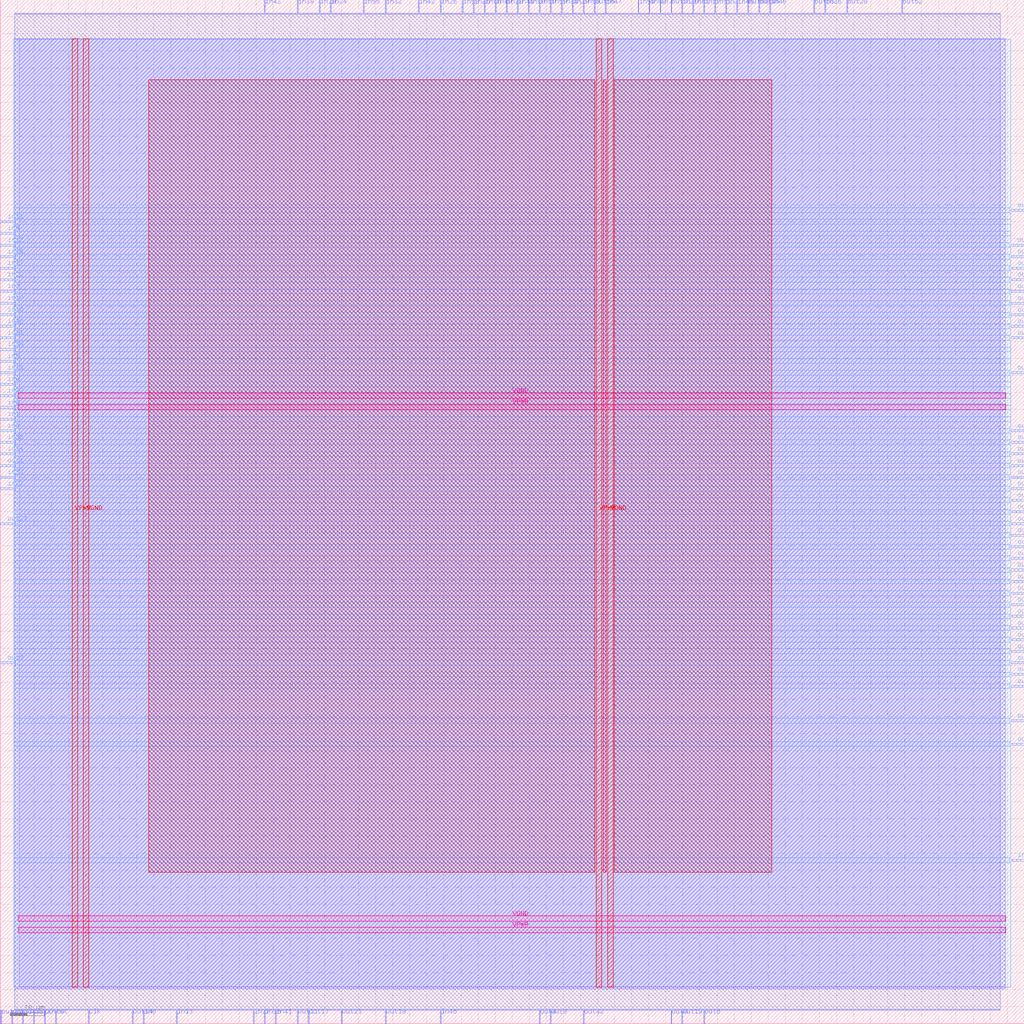
<source format=lef>
VERSION 5.7 ;
  NOWIREEXTENSIONATPIN ON ;
  DIVIDERCHAR "/" ;
  BUSBITCHARS "[]" ;
MACRO netlist_0
  CLASS BLOCK ;
  FOREIGN netlist_0 ;
  ORIGIN 0.000 0.000 ;
  SIZE 300.000 BY 300.000 ;
  PIN VGND
    DIRECTION INOUT ;
    USE GROUND ;
    PORT
      LAYER met4 ;
        RECT 24.340 10.640 25.940 288.560 ;
    END
    PORT
      LAYER met4 ;
        RECT 177.940 10.640 179.540 288.560 ;
    END
    PORT
      LAYER met5 ;
        RECT 5.280 30.030 294.640 31.630 ;
    END
    PORT
      LAYER met5 ;
        RECT 5.280 183.210 294.640 184.810 ;
    END
  END VGND
  PIN VPWR
    DIRECTION INOUT ;
    USE POWER ;
    PORT
      LAYER met4 ;
        RECT 21.040 10.640 22.640 288.560 ;
    END
    PORT
      LAYER met4 ;
        RECT 174.640 10.640 176.240 288.560 ;
    END
    PORT
      LAYER met5 ;
        RECT 5.280 26.730 294.640 28.330 ;
    END
    PORT
      LAYER met5 ;
        RECT 5.280 179.910 294.640 181.510 ;
    END
  END VPWR
  PIN clk
    DIRECTION INPUT ;
    USE SIGNAL ;
    ANTENNAGATEAREA 0.852000 ;
    ANTENNADIFFAREA 0.434700 ;
    PORT
      LAYER met2 ;
        RECT 25.850 0.000 26.130 4.000 ;
    END
  END clk
  PIN in0
    DIRECTION INPUT ;
    USE SIGNAL ;
    ANTENNAGATEAREA 0.742500 ;
    ANTENNADIFFAREA 0.434700 ;
    PORT
      LAYER met2 ;
        RECT 41.950 0.000 42.230 4.000 ;
    END
  END in0
  PIN in1
    DIRECTION INPUT ;
    USE SIGNAL ;
    ANTENNAGATEAREA 0.213000 ;
    ANTENNADIFFAREA 0.434700 ;
    PORT
      LAYER met3 ;
        RECT 0.000 176.840 4.000 177.440 ;
    END
  END in1
  PIN in10
    DIRECTION INPUT ;
    USE SIGNAL ;
    ANTENNAGATEAREA 0.196500 ;
    ANTENNADIFFAREA 0.434700 ;
    PORT
      LAYER met3 ;
        RECT 0.000 207.440 4.000 208.040 ;
    END
  END in10
  PIN in11
    DIRECTION INPUT ;
    USE SIGNAL ;
    ANTENNAGATEAREA 0.196500 ;
    ANTENNADIFFAREA 0.434700 ;
    PORT
      LAYER met3 ;
        RECT 0.000 234.640 4.000 235.240 ;
    END
  END in11
  PIN in12
    DIRECTION INPUT ;
    USE SIGNAL ;
    ANTENNAGATEAREA 0.126000 ;
    ANTENNADIFFAREA 0.434700 ;
    PORT
      LAYER met3 ;
        RECT 0.000 227.840 4.000 228.440 ;
    END
  END in12
  PIN in13
    DIRECTION INPUT ;
    USE SIGNAL ;
    ANTENNAGATEAREA 0.213000 ;
    ANTENNADIFFAREA 0.434700 ;
    PORT
      LAYER met2 ;
        RECT 51.610 0.000 51.890 4.000 ;
    END
  END in13
  PIN in14
    DIRECTION INPUT ;
    USE SIGNAL ;
    ANTENNAGATEAREA 0.159000 ;
    ANTENNADIFFAREA 0.434700 ;
    PORT
      LAYER met3 ;
        RECT 0.000 166.640 4.000 167.240 ;
    END
  END in14
  PIN in15
    DIRECTION INPUT ;
    USE SIGNAL ;
    ANTENNAGATEAREA 0.126000 ;
    ANTENNADIFFAREA 0.434700 ;
    PORT
      LAYER met3 ;
        RECT 0.000 190.440 4.000 191.040 ;
    END
  END in15
  PIN in16
    DIRECTION INPUT ;
    USE SIGNAL ;
    ANTENNAGATEAREA 0.196500 ;
    ANTENNADIFFAREA 0.434700 ;
    PORT
      LAYER met3 ;
        RECT 0.000 224.440 4.000 225.040 ;
    END
  END in16
  PIN in17
    DIRECTION INPUT ;
    USE SIGNAL ;
    ANTENNAGATEAREA 0.196500 ;
    ANTENNADIFFAREA 0.434700 ;
    PORT
      LAYER met3 ;
        RECT 0.000 221.040 4.000 221.640 ;
    END
  END in17
  PIN in18
    DIRECTION INPUT ;
    USE SIGNAL ;
    ANTENNAGATEAREA 0.196500 ;
    ANTENNADIFFAREA 0.434700 ;
    PORT
      LAYER met2 ;
        RECT 93.470 296.000 93.750 300.000 ;
    END
  END in18
  PIN in19
    DIRECTION INPUT ;
    USE SIGNAL ;
    ANTENNAGATEAREA 0.196500 ;
    ANTENNADIFFAREA 0.434700 ;
    PORT
      LAYER met3 ;
        RECT 0.000 210.840 4.000 211.440 ;
    END
  END in19
  PIN in2
    DIRECTION INPUT ;
    USE SIGNAL ;
    ANTENNAGATEAREA 0.213000 ;
    ANTENNADIFFAREA 0.434700 ;
    PORT
      LAYER met2 ;
        RECT 212.610 296.000 212.890 300.000 ;
    END
  END in2
  PIN in20
    DIRECTION INPUT ;
    USE SIGNAL ;
    ANTENNAGATEAREA 0.126000 ;
    ANTENNADIFFAREA 0.434700 ;
    PORT
      LAYER met2 ;
        RECT 199.730 296.000 200.010 300.000 ;
    END
  END in20
  PIN in21
    DIRECTION INPUT ;
    USE SIGNAL ;
    ANTENNAGATEAREA 0.126000 ;
    ANTENNADIFFAREA 0.434700 ;
    PORT
      LAYER met3 ;
        RECT 0.000 200.640 4.000 201.240 ;
    END
  END in21
  PIN in22
    DIRECTION INPUT ;
    USE SIGNAL ;
    ANTENNAGATEAREA 0.213000 ;
    ANTENNADIFFAREA 0.434700 ;
    PORT
      LAYER met3 ;
        RECT 0.000 217.640 4.000 218.240 ;
    END
  END in22
  PIN in23
    DIRECTION INPUT ;
    USE SIGNAL ;
    ANTENNAGATEAREA 0.159000 ;
    ANTENNADIFFAREA 0.434700 ;
    PORT
      LAYER met3 ;
        RECT 0.000 159.840 4.000 160.440 ;
    END
  END in23
  PIN in24
    DIRECTION INPUT ;
    USE SIGNAL ;
    ANTENNAGATEAREA 0.126000 ;
    ANTENNADIFFAREA 0.434700 ;
    PORT
      LAYER met2 ;
        RECT 96.690 296.000 96.970 300.000 ;
    END
  END in24
  PIN in25
    DIRECTION INPUT ;
    USE SIGNAL ;
    ANTENNAGATEAREA 0.213000 ;
    ANTENNADIFFAREA 0.434700 ;
    PORT
      LAYER met2 ;
        RECT 138.550 296.000 138.830 300.000 ;
    END
  END in25
  PIN in26
    DIRECTION INPUT ;
    USE SIGNAL ;
    ANTENNAGATEAREA 0.159000 ;
    ANTENNADIFFAREA 0.434700 ;
    PORT
      LAYER met2 ;
        RECT 128.890 296.000 129.170 300.000 ;
    END
  END in26
  PIN in27
    DIRECTION INPUT ;
    USE SIGNAL ;
    ANTENNAGATEAREA 0.159000 ;
    ANTENNADIFFAREA 0.434700 ;
    PORT
      LAYER met3 ;
        RECT 0.000 156.440 4.000 157.040 ;
    END
  END in27
  PIN in28
    DIRECTION INPUT ;
    USE SIGNAL ;
    ANTENNAGATEAREA 0.196500 ;
    ANTENNADIFFAREA 0.434700 ;
    PORT
      LAYER met2 ;
        RECT 148.210 296.000 148.490 300.000 ;
    END
  END in28
  PIN in29
    DIRECTION INPUT ;
    USE SIGNAL ;
    ANTENNAGATEAREA 0.247500 ;
    ANTENNADIFFAREA 0.434700 ;
    PORT
      LAYER met2 ;
        RECT 167.530 296.000 167.810 300.000 ;
    END
  END in29
  PIN in3
    DIRECTION INPUT ;
    USE SIGNAL ;
    ANTENNAGATEAREA 0.196500 ;
    ANTENNADIFFAREA 0.434700 ;
    PORT
      LAYER met3 ;
        RECT 0.000 214.240 4.000 214.840 ;
    END
  END in3
  PIN in30
    DIRECTION INPUT ;
    USE SIGNAL ;
    ANTENNAGATEAREA 0.196500 ;
    ANTENNADIFFAREA 0.434700 ;
    PORT
      LAYER met3 ;
        RECT 0.000 197.240 4.000 197.840 ;
    END
  END in30
  PIN in31
    DIRECTION INPUT ;
    USE SIGNAL ;
    ANTENNAGATEAREA 0.213000 ;
    ANTENNADIFFAREA 0.434700 ;
    PORT
      LAYER met3 ;
        RECT 296.000 47.640 300.000 48.240 ;
    END
  END in31
  PIN in32
    DIRECTION INPUT ;
    USE SIGNAL ;
    ANTENNAGATEAREA 0.213000 ;
    ANTENNADIFFAREA 0.434700 ;
    PORT
      LAYER met2 ;
        RECT 112.790 296.000 113.070 300.000 ;
    END
  END in32
  PIN in33
    DIRECTION INPUT ;
    USE SIGNAL ;
    ANTENNAGATEAREA 0.196500 ;
    ANTENNADIFFAREA 0.434700 ;
    PORT
      LAYER met3 ;
        RECT 0.000 183.640 4.000 184.240 ;
    END
  END in33
  PIN in34
    DIRECTION INPUT ;
    USE SIGNAL ;
    ANTENNAGATEAREA 0.196500 ;
    ANTENNADIFFAREA 0.434700 ;
    PORT
      LAYER met2 ;
        RECT 164.310 296.000 164.590 300.000 ;
    END
  END in34
  PIN in35
    DIRECTION INPUT ;
    USE SIGNAL ;
    ANTENNAGATEAREA 0.247500 ;
    ANTENNADIFFAREA 0.434700 ;
    PORT
      LAYER met2 ;
        RECT 77.370 0.000 77.650 4.000 ;
    END
  END in35
  PIN in36
    DIRECTION INPUT ;
    USE SIGNAL ;
    ANTENNAGATEAREA 0.196500 ;
    ANTENNADIFFAREA 0.434700 ;
    PORT
      LAYER met2 ;
        RECT 241.590 296.000 241.870 300.000 ;
    END
  END in36
  PIN in37
    DIRECTION INPUT ;
    USE SIGNAL ;
    ANTENNAGATEAREA 0.159000 ;
    ANTENNADIFFAREA 0.434700 ;
    PORT
      LAYER met2 ;
        RECT 74.150 0.000 74.430 4.000 ;
    END
  END in37
  PIN in38
    DIRECTION INPUT ;
    USE SIGNAL ;
    ANTENNAGATEAREA 0.196500 ;
    ANTENNADIFFAREA 0.434700 ;
    PORT
      LAYER met3 ;
        RECT 0.000 170.040 4.000 170.640 ;
    END
  END in38
  PIN in39
    DIRECTION INPUT ;
    USE SIGNAL ;
    ANTENNAGATEAREA 0.126000 ;
    ANTENNADIFFAREA 0.434700 ;
    PORT
      LAYER met2 ;
        RECT 87.030 296.000 87.310 300.000 ;
    END
  END in39
  PIN in4
    DIRECTION INPUT ;
    USE SIGNAL ;
    ANTENNAGATEAREA 0.159000 ;
    ANTENNADIFFAREA 0.434700 ;
    PORT
      LAYER met3 ;
        RECT 0.000 173.440 4.000 174.040 ;
    END
  END in4
  PIN in40
    DIRECTION INPUT ;
    USE SIGNAL ;
    ANTENNAGATEAREA 0.196500 ;
    ANTENNADIFFAREA 0.434700 ;
    PORT
      LAYER met3 ;
        RECT 0.000 204.040 4.000 204.640 ;
    END
  END in40
  PIN in41
    DIRECTION INPUT ;
    USE SIGNAL ;
    ANTENNAGATEAREA 0.247500 ;
    ANTENNADIFFAREA 0.434700 ;
    PORT
      LAYER met2 ;
        RECT 80.590 0.000 80.870 4.000 ;
    END
  END in41
  PIN in42
    DIRECTION INPUT ;
    USE SIGNAL ;
    ANTENNAGATEAREA 0.213000 ;
    ANTENNADIFFAREA 0.434700 ;
    PORT
      LAYER met2 ;
        RECT 122.450 296.000 122.730 300.000 ;
    END
  END in42
  PIN in43
    DIRECTION INPUT ;
    USE SIGNAL ;
    ANTENNAGATEAREA 0.196500 ;
    ANTENNADIFFAREA 0.434700 ;
    PORT
      LAYER met2 ;
        RECT 77.370 296.000 77.650 300.000 ;
    END
  END in43
  PIN in44
    DIRECTION INPUT ;
    USE SIGNAL ;
    ANTENNAGATEAREA 0.213000 ;
    ANTENNADIFFAREA 0.434700 ;
    PORT
      LAYER met2 ;
        RECT 151.430 296.000 151.710 300.000 ;
    END
  END in44
  PIN in45
    DIRECTION INPUT ;
    USE SIGNAL ;
    ANTENNAGATEAREA 0.159000 ;
    ANTENNADIFFAREA 0.434700 ;
    PORT
      LAYER met2 ;
        RECT 215.830 296.000 216.110 300.000 ;
    END
  END in45
  PIN in46
    DIRECTION INPUT ;
    USE SIGNAL ;
    ANTENNAGATEAREA 0.196500 ;
    ANTENNADIFFAREA 0.434700 ;
    PORT
      LAYER met2 ;
        RECT 128.890 0.000 129.170 4.000 ;
    END
  END in46
  PIN in47
    DIRECTION INPUT ;
    USE SIGNAL ;
    ANTENNAGATEAREA 0.196500 ;
    ANTENNADIFFAREA 0.434700 ;
    PORT
      LAYER met2 ;
        RECT 177.190 296.000 177.470 300.000 ;
    END
  END in47
  PIN in48
    DIRECTION INPUT ;
    USE SIGNAL ;
    ANTENNAGATEAREA 0.196500 ;
    ANTENNADIFFAREA 0.434700 ;
    PORT
      LAYER met2 ;
        RECT 225.490 296.000 225.770 300.000 ;
    END
  END in48
  PIN in49
    DIRECTION INPUT ;
    USE SIGNAL ;
    ANTENNAGATEAREA 0.196500 ;
    ANTENNADIFFAREA 0.434700 ;
    PORT
      LAYER met2 ;
        RECT 144.990 296.000 145.270 300.000 ;
    END
  END in49
  PIN in5
    DIRECTION INPUT ;
    USE SIGNAL ;
    ANTENNAGATEAREA 0.196500 ;
    ANTENNADIFFAREA 0.434700 ;
    PORT
      LAYER met3 ;
        RECT 0.000 193.840 4.000 194.440 ;
    END
  END in5
  PIN in50
    DIRECTION INPUT ;
    USE SIGNAL ;
    ANTENNAGATEAREA 0.126000 ;
    ANTENNADIFFAREA 0.434700 ;
    PORT
      LAYER met2 ;
        RECT 154.650 296.000 154.930 300.000 ;
    END
  END in50
  PIN in51
    DIRECTION INPUT ;
    USE SIGNAL ;
    ANTENNAGATEAREA 0.196500 ;
    ANTENNADIFFAREA 0.434700 ;
    PORT
      LAYER met2 ;
        RECT 209.390 296.000 209.670 300.000 ;
    END
  END in51
  PIN in52
    DIRECTION INPUT ;
    USE SIGNAL ;
    ANTENNAGATEAREA 0.247500 ;
    ANTENNADIFFAREA 0.434700 ;
    PORT
      LAYER met2 ;
        RECT 190.070 296.000 190.350 300.000 ;
    END
  END in52
  PIN in53
    DIRECTION INPUT ;
    USE SIGNAL ;
    ANTENNAGATEAREA 0.213000 ;
    ANTENNADIFFAREA 0.434700 ;
    PORT
      LAYER met2 ;
        RECT 135.330 296.000 135.610 300.000 ;
    END
  END in53
  PIN in54
    DIRECTION INPUT ;
    USE SIGNAL ;
    ANTENNAGATEAREA 0.196500 ;
    ANTENNADIFFAREA 0.434700 ;
    PORT
      LAYER met2 ;
        RECT 186.850 296.000 187.130 300.000 ;
    END
  END in54
  PIN in55
    DIRECTION INPUT ;
    USE SIGNAL ;
    ANTENNAGATEAREA 0.196500 ;
    ANTENNADIFFAREA 0.434700 ;
    PORT
      LAYER met2 ;
        RECT 106.350 296.000 106.630 300.000 ;
    END
  END in55
  PIN in56
    DIRECTION INPUT ;
    USE SIGNAL ;
    ANTENNAGATEAREA 0.196500 ;
    ANTENNADIFFAREA 0.434700 ;
    PORT
      LAYER met2 ;
        RECT 141.770 296.000 142.050 300.000 ;
    END
  END in56
  PIN in57
    DIRECTION INPUT ;
    USE SIGNAL ;
    ANTENNAGATEAREA 0.213000 ;
    ANTENNADIFFAREA 0.434700 ;
    PORT
      LAYER met2 ;
        RECT 206.170 296.000 206.450 300.000 ;
    END
  END in57
  PIN in58
    DIRECTION INPUT ;
    USE SIGNAL ;
    ANTENNAGATEAREA 0.196500 ;
    ANTENNADIFFAREA 0.434700 ;
    PORT
      LAYER met2 ;
        RECT 170.750 296.000 171.030 300.000 ;
    END
  END in58
  PIN in59
    DIRECTION INPUT ;
    USE SIGNAL ;
    ANTENNAGATEAREA 0.159000 ;
    ANTENNADIFFAREA 0.434700 ;
    PORT
      LAYER met2 ;
        RECT 161.090 296.000 161.370 300.000 ;
    END
  END in59
  PIN in6
    DIRECTION INPUT ;
    USE SIGNAL ;
    ANTENNAGATEAREA 0.196500 ;
    ANTENNADIFFAREA 0.434700 ;
    PORT
      LAYER met3 ;
        RECT 0.000 180.240 4.000 180.840 ;
    END
  END in6
  PIN in60
    DIRECTION INPUT ;
    USE SIGNAL ;
    ANTENNAGATEAREA 0.196500 ;
    ANTENNADIFFAREA 0.434700 ;
    PORT
      LAYER met2 ;
        RECT 157.870 296.000 158.150 300.000 ;
    END
  END in60
  PIN in61
    DIRECTION INPUT ;
    USE SIGNAL ;
    ANTENNAGATEAREA 0.196500 ;
    ANTENNADIFFAREA 0.434700 ;
    PORT
      LAYER met2 ;
        RECT 202.950 296.000 203.230 300.000 ;
    END
  END in61
  PIN in7
    DIRECTION INPUT ;
    USE SIGNAL ;
    ANTENNAGATEAREA 0.196500 ;
    ANTENNADIFFAREA 0.434700 ;
    PORT
      LAYER met2 ;
        RECT 193.290 296.000 193.570 300.000 ;
    END
  END in7
  PIN in8
    DIRECTION INPUT ;
    USE SIGNAL ;
    ANTENNAGATEAREA 0.213000 ;
    ANTENNADIFFAREA 0.434700 ;
    PORT
      LAYER met3 ;
        RECT 0.000 187.040 4.000 187.640 ;
    END
  END in8
  PIN in9
    DIRECTION INPUT ;
    USE SIGNAL ;
    ANTENNAGATEAREA 0.196500 ;
    ANTENNADIFFAREA 0.434700 ;
    PORT
      LAYER met3 ;
        RECT 0.000 231.240 4.000 231.840 ;
    END
  END in9
  PIN out0
    DIRECTION OUTPUT ;
    USE SIGNAL ;
    ANTENNADIFFAREA 0.340600 ;
    PORT
      LAYER met2 ;
        RECT 196.510 0.000 196.790 4.000 ;
    END
  END out0
  PIN out1
    DIRECTION OUTPUT ;
    USE SIGNAL ;
    ANTENNADIFFAREA 0.445500 ;
    PORT
      LAYER met3 ;
        RECT 0.000 163.240 4.000 163.840 ;
    END
  END out1
  PIN out10
    DIRECTION OUTPUT ;
    USE SIGNAL ;
    ANTENNADIFFAREA 0.340600 ;
    PORT
      LAYER met3 ;
        RECT 296.000 81.640 300.000 82.240 ;
    END
  END out10
  PIN out11
    DIRECTION OUTPUT ;
    USE SIGNAL ;
    ANTENNADIFFAREA 0.445500 ;
    PORT
      LAYER met2 ;
        RECT 87.030 0.000 87.310 4.000 ;
    END
  END out11
  PIN out12
    DIRECTION OUTPUT ;
    USE SIGNAL ;
    ANTENNADIFFAREA 0.445500 ;
    PORT
      LAYER met3 ;
        RECT 296.000 153.040 300.000 153.640 ;
    END
  END out12
  PIN out13
    DIRECTION OUTPUT ;
    USE SIGNAL ;
    ANTENNADIFFAREA 0.340600 ;
    PORT
      LAYER met3 ;
        RECT 296.000 88.440 300.000 89.040 ;
    END
  END out13
  PIN out14
    DIRECTION OUTPUT ;
    USE SIGNAL ;
    ANTENNADIFFAREA 0.445500 ;
    PORT
      LAYER met2 ;
        RECT 38.730 0.000 39.010 4.000 ;
    END
  END out14
  PIN out15
    DIRECTION OUTPUT ;
    USE SIGNAL ;
    ANTENNADIFFAREA 0.445500 ;
    PORT
      LAYER met3 ;
        RECT 296.000 142.840 300.000 143.440 ;
    END
  END out15
  PIN out16
    DIRECTION OUTPUT ;
    USE SIGNAL ;
    ANTENNADIFFAREA 0.445500 ;
    PORT
      LAYER met3 ;
        RECT 296.000 136.040 300.000 136.640 ;
    END
  END out16
  PIN out17
    DIRECTION OUTPUT ;
    USE SIGNAL ;
    ANTENNADIFFAREA 0.445500 ;
    PORT
      LAYER met2 ;
        RECT 90.250 0.000 90.530 4.000 ;
    END
  END out17
  PIN out18
    DIRECTION OUTPUT ;
    USE SIGNAL ;
    ANTENNADIFFAREA 0.445500 ;
    PORT
      LAYER met2 ;
        RECT 112.790 0.000 113.070 4.000 ;
    END
  END out18
  PIN out19
    DIRECTION OUTPUT ;
    USE SIGNAL ;
    ANTENNADIFFAREA 0.445500 ;
    PORT
      LAYER met2 ;
        RECT 199.730 0.000 200.010 4.000 ;
    END
  END out19
  PIN out2
    DIRECTION OUTPUT ;
    USE SIGNAL ;
    ANTENNADIFFAREA 0.340600 ;
    PORT
      LAYER met3 ;
        RECT 0.000 105.440 4.000 106.040 ;
    END
  END out2
  PIN out20
    DIRECTION OUTPUT ;
    USE SIGNAL ;
    ANTENNADIFFAREA 0.340600 ;
    PORT
      LAYER met3 ;
        RECT 296.000 112.240 300.000 112.840 ;
    END
  END out20
  PIN out21
    DIRECTION OUTPUT ;
    USE SIGNAL ;
    ANTENNADIFFAREA 0.445500 ;
    PORT
      LAYER met2 ;
        RECT 99.910 0.000 100.190 4.000 ;
    END
  END out21
  PIN out22
    DIRECTION OUTPUT ;
    USE SIGNAL ;
    ANTENNADIFFAREA 0.340600 ;
    PORT
      LAYER met3 ;
        RECT 296.000 210.840 300.000 211.440 ;
    END
  END out22
  PIN out23
    DIRECTION OUTPUT ;
    USE SIGNAL ;
    ANTENNADIFFAREA 0.340600 ;
    PORT
      LAYER met3 ;
        RECT 296.000 119.040 300.000 119.640 ;
    END
  END out23
  PIN out24
    DIRECTION OUTPUT ;
    USE SIGNAL ;
    ANTENNADIFFAREA 0.445500 ;
    PORT
      LAYER met3 ;
        RECT 0.000 146.240 4.000 146.840 ;
    END
  END out24
  PIN out25
    DIRECTION OUTPUT ;
    USE SIGNAL ;
    ANTENNADIFFAREA 0.445500 ;
    PORT
      LAYER met3 ;
        RECT 296.000 159.840 300.000 160.440 ;
    END
  END out25
  PIN out26
    DIRECTION OUTPUT ;
    USE SIGNAL ;
    PORT
      LAYER met2 ;
        RECT 0.090 0.000 0.370 4.000 ;
    END
  END out26
  PIN out27
    DIRECTION OUTPUT ;
    USE SIGNAL ;
    ANTENNADIFFAREA 0.340600 ;
    PORT
      LAYER met3 ;
        RECT 296.000 204.040 300.000 204.640 ;
    END
  END out27
  PIN out28
    DIRECTION OUTPUT ;
    USE SIGNAL ;
    ANTENNADIFFAREA 0.795200 ;
    PORT
      LAYER met2 ;
        RECT 248.030 296.000 248.310 300.000 ;
    END
  END out28
  PIN out29
    DIRECTION OUTPUT ;
    USE SIGNAL ;
    ANTENNADIFFAREA 0.445500 ;
    PORT
      LAYER met3 ;
        RECT 296.000 129.240 300.000 129.840 ;
    END
  END out29
  PIN out3
    DIRECTION OUTPUT ;
    USE SIGNAL ;
    ANTENNADIFFAREA 0.445500 ;
    PORT
      LAYER met3 ;
        RECT 296.000 98.640 300.000 99.240 ;
    END
  END out3
  PIN out30
    DIRECTION OUTPUT ;
    USE SIGNAL ;
    ANTENNADIFFAREA 0.340600 ;
    PORT
      LAYER met3 ;
        RECT 296.000 146.240 300.000 146.840 ;
    END
  END out30
  PIN out31
    DIRECTION OUTPUT ;
    USE SIGNAL ;
    ANTENNADIFFAREA 0.340600 ;
    PORT
      LAYER met2 ;
        RECT 196.510 296.000 196.790 300.000 ;
    END
  END out31
  PIN out32
    DIRECTION OUTPUT ;
    USE SIGNAL ;
    ANTENNADIFFAREA 0.340600 ;
    PORT
      LAYER met3 ;
        RECT 296.000 139.440 300.000 140.040 ;
    END
  END out32
  PIN out33
    DIRECTION OUTPUT ;
    USE SIGNAL ;
    PORT
      LAYER met2 ;
        RECT 3.310 0.000 3.590 4.000 ;
    END
  END out33
  PIN out34
    DIRECTION OUTPUT ;
    USE SIGNAL ;
    ANTENNADIFFAREA 0.445500 ;
    PORT
      LAYER met3 ;
        RECT 296.000 122.440 300.000 123.040 ;
    END
  END out34
  PIN out35
    DIRECTION OUTPUT ;
    USE SIGNAL ;
    PORT
      LAYER met2 ;
        RECT 6.530 0.000 6.810 4.000 ;
    END
  END out35
  PIN out36
    DIRECTION OUTPUT ;
    USE SIGNAL ;
    ANTENNADIFFAREA 0.445500 ;
    PORT
      LAYER met3 ;
        RECT 296.000 238.040 300.000 238.640 ;
    END
  END out36
  PIN out37
    DIRECTION OUTPUT ;
    USE SIGNAL ;
    PORT
      LAYER met2 ;
        RECT 9.750 0.000 10.030 4.000 ;
    END
  END out37
  PIN out38
    DIRECTION OUTPUT ;
    USE SIGNAL ;
    ANTENNADIFFAREA 0.445500 ;
    PORT
      LAYER met3 ;
        RECT 296.000 156.440 300.000 157.040 ;
    END
  END out38
  PIN out39
    DIRECTION OUTPUT ;
    USE SIGNAL ;
    ANTENNADIFFAREA 0.445500 ;
    PORT
      LAYER met3 ;
        RECT 296.000 102.040 300.000 102.640 ;
    END
  END out39
  PIN out4
    DIRECTION OUTPUT ;
    USE SIGNAL ;
    ANTENNADIFFAREA 0.340600 ;
    PORT
      LAYER met2 ;
        RECT 157.870 0.000 158.150 4.000 ;
    END
  END out4
  PIN out40
    DIRECTION OUTPUT ;
    USE SIGNAL ;
    ANTENNADIFFAREA 0.445500 ;
    PORT
      LAYER met3 ;
        RECT 296.000 132.640 300.000 133.240 ;
    END
  END out40
  PIN out41
    DIRECTION OUTPUT ;
    USE SIGNAL ;
    ANTENNADIFFAREA 0.340600 ;
    PORT
      LAYER met3 ;
        RECT 296.000 125.840 300.000 126.440 ;
    END
  END out41
  PIN out42
    DIRECTION OUTPUT ;
    USE SIGNAL ;
    ANTENNADIFFAREA 0.445500 ;
    PORT
      LAYER met2 ;
        RECT 170.750 0.000 171.030 4.000 ;
    END
  END out42
  PIN out43
    DIRECTION OUTPUT ;
    USE SIGNAL ;
    ANTENNADIFFAREA 0.445500 ;
    PORT
      LAYER met3 ;
        RECT 296.000 227.840 300.000 228.440 ;
    END
  END out43
  PIN out44
    DIRECTION OUTPUT ;
    USE SIGNAL ;
    ANTENNADIFFAREA 0.340600 ;
    PORT
      LAYER met3 ;
        RECT 296.000 170.040 300.000 170.640 ;
    END
  END out44
  PIN out45
    DIRECTION OUTPUT ;
    USE SIGNAL ;
    ANTENNADIFFAREA 0.340600 ;
    PORT
      LAYER met2 ;
        RECT 222.270 296.000 222.550 300.000 ;
    END
  END out45
  PIN out46
    DIRECTION OUTPUT ;
    USE SIGNAL ;
    ANTENNADIFFAREA 0.340600 ;
    PORT
      LAYER met3 ;
        RECT 296.000 221.040 300.000 221.640 ;
    END
  END out46
  PIN out47
    DIRECTION OUTPUT ;
    USE SIGNAL ;
    ANTENNADIFFAREA 0.445500 ;
    PORT
      LAYER met3 ;
        RECT 296.000 190.440 300.000 191.040 ;
    END
  END out47
  PIN out48
    DIRECTION OUTPUT ;
    USE SIGNAL ;
    ANTENNADIFFAREA 0.445500 ;
    PORT
      LAYER met3 ;
        RECT 296.000 173.440 300.000 174.040 ;
    END
  END out48
  PIN out49
    DIRECTION OUTPUT ;
    USE SIGNAL ;
    ANTENNADIFFAREA 0.445500 ;
    PORT
      LAYER met3 ;
        RECT 296.000 115.640 300.000 116.240 ;
    END
  END out49
  PIN out5
    DIRECTION OUTPUT ;
    USE SIGNAL ;
    ANTENNADIFFAREA 0.445500 ;
    PORT
      LAYER met3 ;
        RECT 296.000 149.640 300.000 150.240 ;
    END
  END out5
  PIN out50
    DIRECTION OUTPUT ;
    USE SIGNAL ;
    ANTENNADIFFAREA 0.340600 ;
    PORT
      LAYER met3 ;
        RECT 296.000 163.240 300.000 163.840 ;
    END
  END out50
  PIN out51
    DIRECTION OUTPUT ;
    USE SIGNAL ;
    ANTENNADIFFAREA 0.340600 ;
    PORT
      LAYER met3 ;
        RECT 296.000 224.440 300.000 225.040 ;
    END
  END out51
  PIN out52
    DIRECTION OUTPUT ;
    USE SIGNAL ;
    ANTENNADIFFAREA 0.795200 ;
    PORT
      LAYER met2 ;
        RECT 264.130 296.000 264.410 300.000 ;
    END
  END out52
  PIN out53
    DIRECTION OUTPUT ;
    USE SIGNAL ;
    ANTENNADIFFAREA 0.795200 ;
    PORT
      LAYER met2 ;
        RECT 238.370 296.000 238.650 300.000 ;
    END
  END out53
  PIN out54
    DIRECTION OUTPUT ;
    USE SIGNAL ;
    ANTENNADIFFAREA 0.445500 ;
    PORT
      LAYER met3 ;
        RECT 296.000 200.640 300.000 201.240 ;
    END
  END out54
  PIN out55
    DIRECTION OUTPUT ;
    USE SIGNAL ;
    ANTENNADIFFAREA 0.795200 ;
    PORT
      LAYER met2 ;
        RECT 219.050 296.000 219.330 300.000 ;
    END
  END out55
  PIN out56
    DIRECTION OUTPUT ;
    USE SIGNAL ;
    ANTENNADIFFAREA 0.795200 ;
    PORT
      LAYER met2 ;
        RECT 173.970 296.000 174.250 300.000 ;
    END
  END out56
  PIN out57
    DIRECTION OUTPUT ;
    USE SIGNAL ;
    ANTENNADIFFAREA 0.340600 ;
    PORT
      LAYER met3 ;
        RECT 296.000 217.640 300.000 218.240 ;
    END
  END out57
  PIN out58
    DIRECTION OUTPUT ;
    USE SIGNAL ;
    ANTENNADIFFAREA 0.340600 ;
    PORT
      LAYER met3 ;
        RECT 296.000 214.240 300.000 214.840 ;
    END
  END out58
  PIN out59
    DIRECTION OUTPUT ;
    USE SIGNAL ;
    PORT
      LAYER met2 ;
        RECT 12.970 0.000 13.250 4.000 ;
    END
  END out59
  PIN out6
    DIRECTION OUTPUT ;
    USE SIGNAL ;
    ANTENNADIFFAREA 0.340600 ;
    PORT
      LAYER met2 ;
        RECT 206.170 0.000 206.450 4.000 ;
    END
  END out6
  PIN out60
    DIRECTION OUTPUT ;
    USE SIGNAL ;
    ANTENNADIFFAREA 0.340600 ;
    PORT
      LAYER met3 ;
        RECT 296.000 207.440 300.000 208.040 ;
    END
  END out60
  PIN out61
    DIRECTION OUTPUT ;
    USE SIGNAL ;
    ANTENNADIFFAREA 0.445500 ;
    PORT
      LAYER met3 ;
        RECT 296.000 166.640 300.000 167.240 ;
    END
  END out61
  PIN out7
    DIRECTION OUTPUT ;
    USE SIGNAL ;
    ANTENNADIFFAREA 0.445500 ;
    PORT
      LAYER met3 ;
        RECT 296.000 105.440 300.000 106.040 ;
    END
  END out7
  PIN out8
    DIRECTION OUTPUT ;
    USE SIGNAL ;
    ANTENNADIFFAREA 0.340600 ;
    PORT
      LAYER met3 ;
        RECT 296.000 108.840 300.000 109.440 ;
    END
  END out8
  PIN out9
    DIRECTION OUTPUT ;
    USE SIGNAL ;
    ANTENNADIFFAREA 0.445500 ;
    PORT
      LAYER met2 ;
        RECT 161.090 0.000 161.370 4.000 ;
    END
  END out9
  PIN rst
    DIRECTION INPUT ;
    USE SIGNAL ;
    PORT
      LAYER met2 ;
        RECT 16.190 0.000 16.470 4.000 ;
    END
  END rst
  OBS
      LAYER li1 ;
        RECT 5.520 10.795 294.400 288.405 ;
      LAYER met1 ;
        RECT 4.210 10.240 294.400 288.560 ;
      LAYER met2 ;
        RECT 4.230 295.720 77.090 296.000 ;
        RECT 77.930 295.720 86.750 296.000 ;
        RECT 87.590 295.720 93.190 296.000 ;
        RECT 94.030 295.720 96.410 296.000 ;
        RECT 97.250 295.720 106.070 296.000 ;
        RECT 106.910 295.720 112.510 296.000 ;
        RECT 113.350 295.720 122.170 296.000 ;
        RECT 123.010 295.720 128.610 296.000 ;
        RECT 129.450 295.720 135.050 296.000 ;
        RECT 135.890 295.720 138.270 296.000 ;
        RECT 139.110 295.720 141.490 296.000 ;
        RECT 142.330 295.720 144.710 296.000 ;
        RECT 145.550 295.720 147.930 296.000 ;
        RECT 148.770 295.720 151.150 296.000 ;
        RECT 151.990 295.720 154.370 296.000 ;
        RECT 155.210 295.720 157.590 296.000 ;
        RECT 158.430 295.720 160.810 296.000 ;
        RECT 161.650 295.720 164.030 296.000 ;
        RECT 164.870 295.720 167.250 296.000 ;
        RECT 168.090 295.720 170.470 296.000 ;
        RECT 171.310 295.720 173.690 296.000 ;
        RECT 174.530 295.720 176.910 296.000 ;
        RECT 177.750 295.720 186.570 296.000 ;
        RECT 187.410 295.720 189.790 296.000 ;
        RECT 190.630 295.720 193.010 296.000 ;
        RECT 193.850 295.720 196.230 296.000 ;
        RECT 197.070 295.720 199.450 296.000 ;
        RECT 200.290 295.720 202.670 296.000 ;
        RECT 203.510 295.720 205.890 296.000 ;
        RECT 206.730 295.720 209.110 296.000 ;
        RECT 209.950 295.720 212.330 296.000 ;
        RECT 213.170 295.720 215.550 296.000 ;
        RECT 216.390 295.720 218.770 296.000 ;
        RECT 219.610 295.720 221.990 296.000 ;
        RECT 222.830 295.720 225.210 296.000 ;
        RECT 226.050 295.720 238.090 296.000 ;
        RECT 238.930 295.720 241.310 296.000 ;
        RECT 242.150 295.720 247.750 296.000 ;
        RECT 248.590 295.720 263.850 296.000 ;
        RECT 264.690 295.720 292.930 296.000 ;
        RECT 4.230 4.280 292.930 295.720 ;
        RECT 4.230 4.000 6.250 4.280 ;
        RECT 7.090 4.000 9.470 4.280 ;
        RECT 10.310 4.000 12.690 4.280 ;
        RECT 13.530 4.000 15.910 4.280 ;
        RECT 16.750 4.000 25.570 4.280 ;
        RECT 26.410 4.000 38.450 4.280 ;
        RECT 39.290 4.000 41.670 4.280 ;
        RECT 42.510 4.000 51.330 4.280 ;
        RECT 52.170 4.000 73.870 4.280 ;
        RECT 74.710 4.000 77.090 4.280 ;
        RECT 77.930 4.000 80.310 4.280 ;
        RECT 81.150 4.000 86.750 4.280 ;
        RECT 87.590 4.000 89.970 4.280 ;
        RECT 90.810 4.000 99.630 4.280 ;
        RECT 100.470 4.000 112.510 4.280 ;
        RECT 113.350 4.000 128.610 4.280 ;
        RECT 129.450 4.000 157.590 4.280 ;
        RECT 158.430 4.000 160.810 4.280 ;
        RECT 161.650 4.000 170.470 4.280 ;
        RECT 171.310 4.000 196.230 4.280 ;
        RECT 197.070 4.000 199.450 4.280 ;
        RECT 200.290 4.000 205.890 4.280 ;
        RECT 206.730 4.000 292.930 4.280 ;
      LAYER met3 ;
        RECT 3.990 239.040 296.000 288.485 ;
        RECT 3.990 237.640 295.600 239.040 ;
        RECT 3.990 235.640 296.000 237.640 ;
        RECT 4.400 234.240 296.000 235.640 ;
        RECT 3.990 232.240 296.000 234.240 ;
        RECT 4.400 230.840 296.000 232.240 ;
        RECT 3.990 228.840 296.000 230.840 ;
        RECT 4.400 227.440 295.600 228.840 ;
        RECT 3.990 225.440 296.000 227.440 ;
        RECT 4.400 224.040 295.600 225.440 ;
        RECT 3.990 222.040 296.000 224.040 ;
        RECT 4.400 220.640 295.600 222.040 ;
        RECT 3.990 218.640 296.000 220.640 ;
        RECT 4.400 217.240 295.600 218.640 ;
        RECT 3.990 215.240 296.000 217.240 ;
        RECT 4.400 213.840 295.600 215.240 ;
        RECT 3.990 211.840 296.000 213.840 ;
        RECT 4.400 210.440 295.600 211.840 ;
        RECT 3.990 208.440 296.000 210.440 ;
        RECT 4.400 207.040 295.600 208.440 ;
        RECT 3.990 205.040 296.000 207.040 ;
        RECT 4.400 203.640 295.600 205.040 ;
        RECT 3.990 201.640 296.000 203.640 ;
        RECT 4.400 200.240 295.600 201.640 ;
        RECT 3.990 198.240 296.000 200.240 ;
        RECT 4.400 196.840 296.000 198.240 ;
        RECT 3.990 194.840 296.000 196.840 ;
        RECT 4.400 193.440 296.000 194.840 ;
        RECT 3.990 191.440 296.000 193.440 ;
        RECT 4.400 190.040 295.600 191.440 ;
        RECT 3.990 188.040 296.000 190.040 ;
        RECT 4.400 186.640 296.000 188.040 ;
        RECT 3.990 184.640 296.000 186.640 ;
        RECT 4.400 183.240 296.000 184.640 ;
        RECT 3.990 181.240 296.000 183.240 ;
        RECT 4.400 179.840 296.000 181.240 ;
        RECT 3.990 177.840 296.000 179.840 ;
        RECT 4.400 176.440 296.000 177.840 ;
        RECT 3.990 174.440 296.000 176.440 ;
        RECT 4.400 173.040 295.600 174.440 ;
        RECT 3.990 171.040 296.000 173.040 ;
        RECT 4.400 169.640 295.600 171.040 ;
        RECT 3.990 167.640 296.000 169.640 ;
        RECT 4.400 166.240 295.600 167.640 ;
        RECT 3.990 164.240 296.000 166.240 ;
        RECT 4.400 162.840 295.600 164.240 ;
        RECT 3.990 160.840 296.000 162.840 ;
        RECT 4.400 159.440 295.600 160.840 ;
        RECT 3.990 157.440 296.000 159.440 ;
        RECT 4.400 156.040 295.600 157.440 ;
        RECT 3.990 154.040 296.000 156.040 ;
        RECT 3.990 152.640 295.600 154.040 ;
        RECT 3.990 150.640 296.000 152.640 ;
        RECT 3.990 149.240 295.600 150.640 ;
        RECT 3.990 147.240 296.000 149.240 ;
        RECT 4.400 145.840 295.600 147.240 ;
        RECT 3.990 143.840 296.000 145.840 ;
        RECT 3.990 142.440 295.600 143.840 ;
        RECT 3.990 140.440 296.000 142.440 ;
        RECT 3.990 139.040 295.600 140.440 ;
        RECT 3.990 137.040 296.000 139.040 ;
        RECT 3.990 135.640 295.600 137.040 ;
        RECT 3.990 133.640 296.000 135.640 ;
        RECT 3.990 132.240 295.600 133.640 ;
        RECT 3.990 130.240 296.000 132.240 ;
        RECT 3.990 128.840 295.600 130.240 ;
        RECT 3.990 126.840 296.000 128.840 ;
        RECT 3.990 125.440 295.600 126.840 ;
        RECT 3.990 123.440 296.000 125.440 ;
        RECT 3.990 122.040 295.600 123.440 ;
        RECT 3.990 120.040 296.000 122.040 ;
        RECT 3.990 118.640 295.600 120.040 ;
        RECT 3.990 116.640 296.000 118.640 ;
        RECT 3.990 115.240 295.600 116.640 ;
        RECT 3.990 113.240 296.000 115.240 ;
        RECT 3.990 111.840 295.600 113.240 ;
        RECT 3.990 109.840 296.000 111.840 ;
        RECT 3.990 108.440 295.600 109.840 ;
        RECT 3.990 106.440 296.000 108.440 ;
        RECT 4.400 105.040 295.600 106.440 ;
        RECT 3.990 103.040 296.000 105.040 ;
        RECT 3.990 101.640 295.600 103.040 ;
        RECT 3.990 99.640 296.000 101.640 ;
        RECT 3.990 98.240 295.600 99.640 ;
        RECT 3.990 89.440 296.000 98.240 ;
        RECT 3.990 88.040 295.600 89.440 ;
        RECT 3.990 82.640 296.000 88.040 ;
        RECT 3.990 81.240 295.600 82.640 ;
        RECT 3.990 48.640 296.000 81.240 ;
        RECT 3.990 47.240 295.600 48.640 ;
        RECT 3.990 10.715 296.000 47.240 ;
      LAYER met4 ;
        RECT 43.535 44.375 174.240 276.585 ;
        RECT 176.640 44.375 177.540 276.585 ;
        RECT 179.940 44.375 226.025 276.585 ;
  END
END netlist_0
END LIBRARY


</source>
